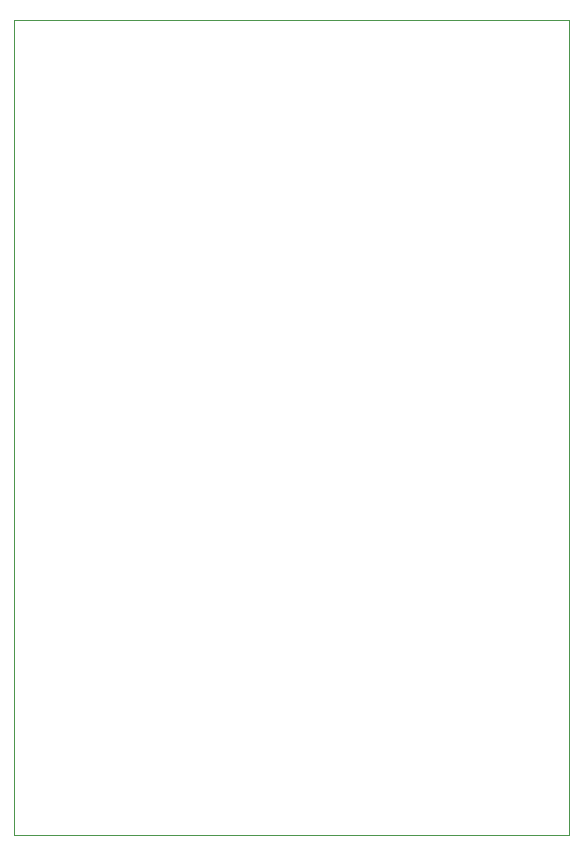
<source format=gbr>
%TF.GenerationSoftware,KiCad,Pcbnew,8.0.6*%
%TF.CreationDate,2024-11-09T17:18:42+01:00*%
%TF.ProjectId,Bridge,42726964-6765-42e6-9b69-6361645f7063,rev?*%
%TF.SameCoordinates,Original*%
%TF.FileFunction,Profile,NP*%
%FSLAX46Y46*%
G04 Gerber Fmt 4.6, Leading zero omitted, Abs format (unit mm)*
G04 Created by KiCad (PCBNEW 8.0.6) date 2024-11-09 17:18:42*
%MOMM*%
%LPD*%
G01*
G04 APERTURE LIST*
%TA.AperFunction,Profile*%
%ADD10C,0.050000*%
%TD*%
G04 APERTURE END LIST*
D10*
X70500000Y-98000000D02*
X117500000Y-98000000D01*
X117500000Y-167000000D01*
X70500000Y-167000000D01*
X70500000Y-98000000D01*
M02*

</source>
